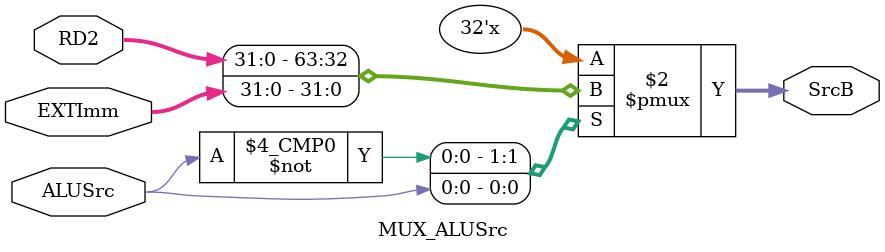
<source format=v>
`timescale 1ns / 1ps
module MUX_ALUSrc(
    input [31:0] RD2,
    input [31:0] EXTImm,
    input ALUSrc,
    output reg [31:0] SrcB
    );

    always @(*) begin
        case(ALUSrc)
            1'b0: begin
                SrcB = RD2;
            end

            1'b1: begin
                SrcB = EXTImm;
            end
        endcase
    end


endmodule

</source>
